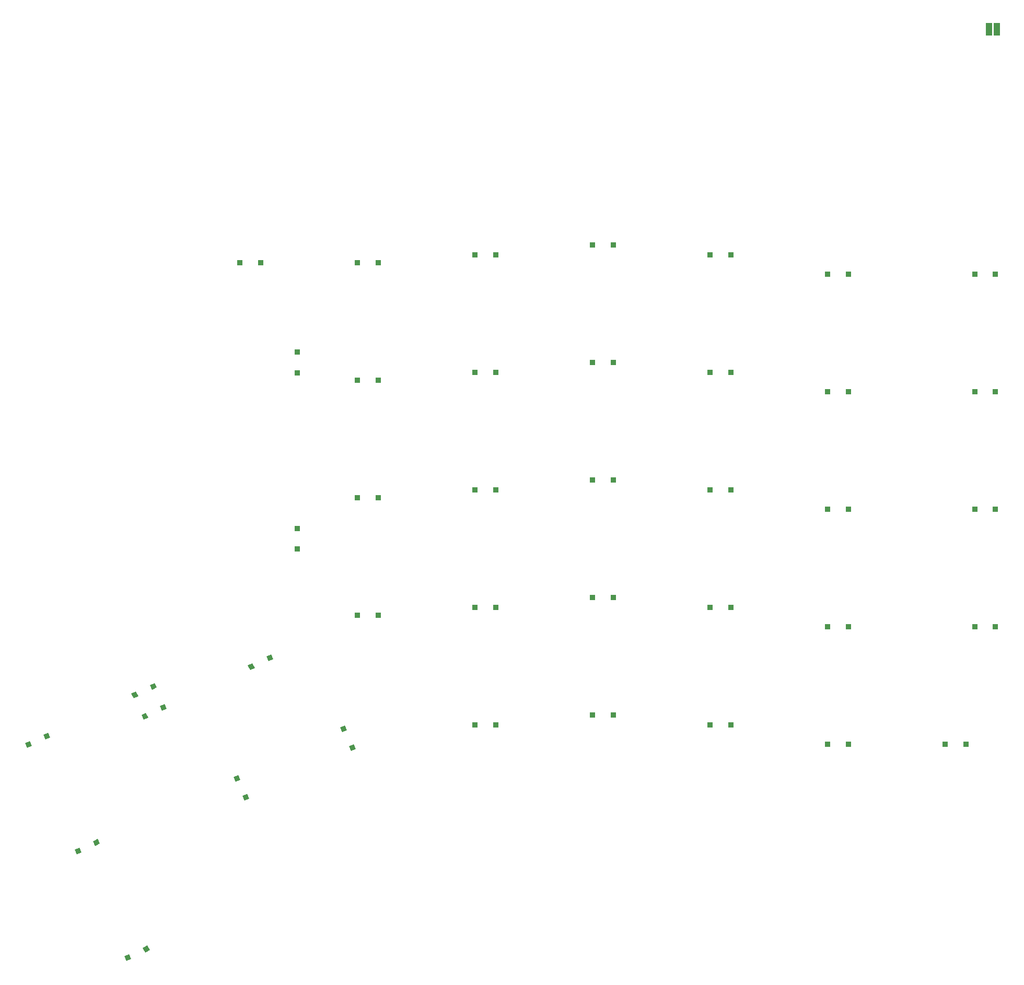
<source format=gbp>
G04 #@! TF.GenerationSoftware,KiCad,Pcbnew,5.1.5*
G04 #@! TF.CreationDate,2020-05-06T10:11:07+08:00*
G04 #@! TF.ProjectId,ErgoDOX,4572676f-444f-4582-9e6b-696361645f70,rev?*
G04 #@! TF.SameCoordinates,Original*
G04 #@! TF.FileFunction,Paste,Bot*
G04 #@! TF.FilePolarity,Positive*
%FSLAX46Y46*%
G04 Gerber Fmt 4.6, Leading zero omitted, Abs format (unit mm)*
G04 Created by KiCad (PCBNEW 5.1.5) date 2020-05-06 10:11:07*
%MOMM*%
%LPD*%
G04 APERTURE LIST*
%ADD10C,0.150000*%
%ADD11R,1.016000X2.032000*%
%ADD12R,0.838200X0.838200*%
G04 APERTURE END LIST*
D10*
G36*
X55083862Y-146837623D02*
G01*
X54729623Y-146077956D01*
X55489290Y-145723717D01*
X55843529Y-146483384D01*
X55083862Y-146837623D01*
G37*
G36*
X58099510Y-145431403D02*
G01*
X57745271Y-144671736D01*
X58504938Y-144317497D01*
X58859177Y-145077164D01*
X58099510Y-145431403D01*
G37*
G36*
X72348242Y-138785823D02*
G01*
X71994003Y-138026156D01*
X72753670Y-137671917D01*
X73107909Y-138431584D01*
X72348242Y-138785823D01*
G37*
G36*
X75363890Y-137379603D02*
G01*
X75009651Y-136619936D01*
X75769318Y-136265697D01*
X76123557Y-137025364D01*
X75363890Y-137379603D01*
G37*
D11*
X192087500Y-34925000D03*
X193357500Y-34925000D03*
D12*
X189788800Y-93672660D03*
X193116200Y-93672660D03*
X189788800Y-131772660D03*
X193116200Y-131772660D03*
X189788800Y-74625200D03*
X193116200Y-74625200D03*
X189788800Y-112722660D03*
X193116200Y-112722660D03*
X89776300Y-72720200D03*
X93103700Y-72720200D03*
X146926300Y-90497660D03*
X150253700Y-90497660D03*
D10*
G36*
X72204608Y-159607467D02*
G01*
X71444941Y-159961706D01*
X71090702Y-159202039D01*
X71850369Y-158847800D01*
X72204608Y-159607467D01*
G37*
G36*
X70798388Y-156591819D02*
G01*
X70038721Y-156946058D01*
X69684482Y-156186391D01*
X70444149Y-155832152D01*
X70798388Y-156591819D01*
G37*
G36*
X89468988Y-151555667D02*
G01*
X88709321Y-151909906D01*
X88355082Y-151150239D01*
X89114749Y-150796000D01*
X89468988Y-151555667D01*
G37*
G36*
X88062768Y-148540019D02*
G01*
X87303101Y-148894258D01*
X86948862Y-148134591D01*
X87708529Y-147780352D01*
X88062768Y-148540019D01*
G37*
D12*
X108826300Y-147647660D03*
X112153700Y-147647660D03*
X127876300Y-146050000D03*
X131203700Y-146050000D03*
X165976300Y-150822660D03*
X169303700Y-150822660D03*
X89776300Y-129867660D03*
X93103700Y-129867660D03*
X108826300Y-128597660D03*
X112153700Y-128597660D03*
X127876300Y-127000000D03*
X131203700Y-127000000D03*
X146926300Y-128597660D03*
X150253700Y-128597660D03*
X165976300Y-131772660D03*
X169303700Y-131772660D03*
X89776300Y-110817660D03*
X93103700Y-110817660D03*
X108826300Y-109547660D03*
X112153700Y-109547660D03*
X127876300Y-107950000D03*
X131203700Y-107950000D03*
X146926300Y-109547660D03*
X150253700Y-109547660D03*
X108826300Y-90497660D03*
X112153700Y-90497660D03*
X127876300Y-88900000D03*
X131203700Y-88900000D03*
X165976300Y-93672660D03*
X169303700Y-93672660D03*
X146926300Y-147647660D03*
X150253700Y-147647660D03*
X108826300Y-71447660D03*
X112153700Y-71447660D03*
X127876300Y-69850000D03*
X131203700Y-69850000D03*
X146926300Y-71447660D03*
X150253700Y-71447660D03*
X165976300Y-74625200D03*
X169303700Y-74625200D03*
D10*
G36*
X53473133Y-143385568D02*
G01*
X53118894Y-142625901D01*
X53878561Y-142271662D01*
X54232800Y-143031329D01*
X53473133Y-143385568D01*
G37*
G36*
X56488781Y-141979348D02*
G01*
X56134542Y-141219681D01*
X56894209Y-140865442D01*
X57248448Y-141625109D01*
X56488781Y-141979348D01*
G37*
G36*
X36208753Y-151434828D02*
G01*
X35854514Y-150675161D01*
X36614181Y-150320922D01*
X36968420Y-151080589D01*
X36208753Y-151434828D01*
G37*
G36*
X39224401Y-150028608D02*
G01*
X38870162Y-149268941D01*
X39629829Y-148914702D01*
X39984068Y-149674369D01*
X39224401Y-150028608D01*
G37*
G36*
X52309813Y-185966128D02*
G01*
X51955574Y-185206461D01*
X52715241Y-184852222D01*
X53069480Y-185611889D01*
X52309813Y-185966128D01*
G37*
G36*
X55325461Y-184559908D02*
G01*
X54971222Y-183800241D01*
X55730889Y-183446002D01*
X56085128Y-184205669D01*
X55325461Y-184559908D01*
G37*
G36*
X44258013Y-168699208D02*
G01*
X43903774Y-167939541D01*
X44663441Y-167585302D01*
X45017680Y-168344969D01*
X44258013Y-168699208D01*
G37*
G36*
X47273661Y-167292988D02*
G01*
X46919422Y-166533321D01*
X47679089Y-166179082D01*
X48033328Y-166938749D01*
X47273661Y-167292988D01*
G37*
D12*
X89776300Y-91767660D03*
X93103700Y-91767660D03*
X185026300Y-150822660D03*
X188353700Y-150822660D03*
X80010000Y-119148860D03*
X80010000Y-115821460D03*
X80010000Y-90573860D03*
X80010000Y-87246460D03*
X70726300Y-72720200D03*
X74053700Y-72720200D03*
X165976300Y-112722660D03*
X169303700Y-112722660D03*
M02*

</source>
